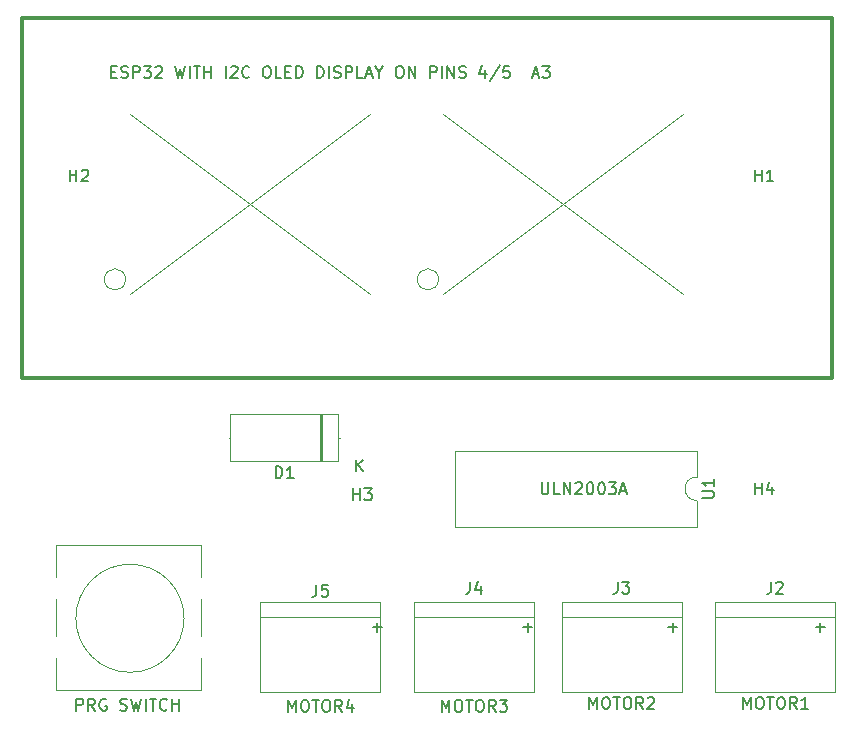
<source format=gbr>
%TF.GenerationSoftware,KiCad,Pcbnew,5.1.5+dfsg1-2build2*%
%TF.CreationDate,2020-08-25T19:56:10-04:00*%
%TF.ProjectId,esp-toy,6573702d-746f-4792-9e6b-696361645f70,rev?*%
%TF.SameCoordinates,Original*%
%TF.FileFunction,Legend,Top*%
%TF.FilePolarity,Positive*%
%FSLAX46Y46*%
G04 Gerber Fmt 4.6, Leading zero omitted, Abs format (unit mm)*
G04 Created by KiCad (PCBNEW 5.1.5+dfsg1-2build2) date 2020-08-25 19:56:10*
%MOMM*%
%LPD*%
G04 APERTURE LIST*
%ADD10C,0.120000*%
%ADD11C,0.300000*%
%ADD12C,0.150000*%
G04 APERTURE END LIST*
D10*
%TO.C,A2*%
X172160000Y-93620000D02*
X151840000Y-78380000D01*
X151840000Y-93620000D02*
X172160000Y-78380000D01*
X151468026Y-92350000D02*
G75*
G03X151468026Y-92350000I-898026J0D01*
G01*
%TO.C,A1*%
X145660000Y-93620000D02*
X125340000Y-78380000D01*
X125340000Y-93620000D02*
X145660000Y-78380000D01*
X124968026Y-92350000D02*
G75*
G03X124968026Y-92350000I-898026J0D01*
G01*
%TO.C,J5*%
X146540000Y-119690000D02*
X136380000Y-119690000D01*
X146540000Y-127310000D02*
X146540000Y-119690000D01*
X136380000Y-127310000D02*
X146540000Y-127310000D01*
X136380000Y-119690000D02*
X136380000Y-127310000D01*
X136380000Y-120960000D02*
X146540000Y-120960000D01*
%TO.C,A3*%
X116210000Y-70260000D02*
X116210000Y-79150000D01*
D11*
X184790000Y-70260000D02*
X116210000Y-70260000D01*
X184790000Y-100740000D02*
X184790000Y-70260000D01*
X116210000Y-100740000D02*
X184790000Y-100740000D01*
D10*
X116210000Y-100740000D02*
X116210000Y-96930000D01*
D11*
X116210000Y-70260000D02*
X116210000Y-100740000D01*
D10*
%TO.C,U1*%
X173330000Y-113315000D02*
X173330000Y-111080000D01*
X152890000Y-113315000D02*
X173330000Y-113315000D01*
X152890000Y-106845000D02*
X152890000Y-113315000D01*
X173330000Y-106845000D02*
X152890000Y-106845000D01*
X173330000Y-109080000D02*
X173330000Y-106845000D01*
X173330000Y-111080000D02*
G75*
G02X173330000Y-109080000I0J1000000D01*
G01*
%TO.C,SW1*%
X131386000Y-114850000D02*
X131386000Y-117570000D01*
X131386000Y-124430000D02*
X131386000Y-127150000D01*
X119086000Y-122570000D02*
X119086000Y-119430000D01*
X119086000Y-127150000D02*
X119086000Y-124430000D01*
X129915050Y-121040000D02*
G75*
G03X129915050Y-121040000I-4579050J0D01*
G01*
X119086000Y-117570000D02*
X119086000Y-114850000D01*
X131386000Y-127150000D02*
X119086000Y-127150000D01*
X131386000Y-119430000D02*
X131386000Y-122570000D01*
X119086000Y-114850000D02*
X131386000Y-114850000D01*
%TO.C,J4*%
X159540000Y-119690000D02*
X149380000Y-119690000D01*
X159540000Y-127310000D02*
X159540000Y-119690000D01*
X149380000Y-127310000D02*
X159540000Y-127310000D01*
X149380000Y-119690000D02*
X149380000Y-127310000D01*
X149380000Y-120960000D02*
X159540000Y-120960000D01*
%TO.C,J3*%
X172040000Y-119690000D02*
X161880000Y-119690000D01*
X172040000Y-127310000D02*
X172040000Y-119690000D01*
X161880000Y-127310000D02*
X172040000Y-127310000D01*
X161880000Y-119690000D02*
X161880000Y-127310000D01*
X161880000Y-120960000D02*
X172040000Y-120960000D01*
%TO.C,J2*%
X185040000Y-119690000D02*
X174880000Y-119690000D01*
X185040000Y-127310000D02*
X185040000Y-119690000D01*
X174880000Y-127310000D02*
X185040000Y-127310000D01*
X174880000Y-119690000D02*
X174880000Y-127310000D01*
X174880000Y-120960000D02*
X185040000Y-120960000D01*
%TO.C,D1*%
X141635000Y-107720000D02*
X141635000Y-103780000D01*
X141395000Y-107720000D02*
X141395000Y-103780000D01*
X141515000Y-107720000D02*
X141515000Y-103780000D01*
X133690000Y-105750000D02*
X133830000Y-105750000D01*
X143110000Y-105750000D02*
X142970000Y-105750000D01*
X133830000Y-107720000D02*
X142970000Y-107720000D01*
X133830000Y-103780000D02*
X133830000Y-107720000D01*
X142970000Y-103780000D02*
X133830000Y-103780000D01*
X142970000Y-107720000D02*
X142970000Y-103780000D01*
%TO.C,J5*%
D12*
X141126666Y-118202380D02*
X141126666Y-118916666D01*
X141079047Y-119059523D01*
X140983809Y-119154761D01*
X140840952Y-119202380D01*
X140745714Y-119202380D01*
X142079047Y-118202380D02*
X141602857Y-118202380D01*
X141555238Y-118678571D01*
X141602857Y-118630952D01*
X141698095Y-118583333D01*
X141936190Y-118583333D01*
X142031428Y-118630952D01*
X142079047Y-118678571D01*
X142126666Y-118773809D01*
X142126666Y-119011904D01*
X142079047Y-119107142D01*
X142031428Y-119154761D01*
X141936190Y-119202380D01*
X141698095Y-119202380D01*
X141602857Y-119154761D01*
X141555238Y-119107142D01*
X138721904Y-128952380D02*
X138721904Y-127952380D01*
X139055238Y-128666666D01*
X139388571Y-127952380D01*
X139388571Y-128952380D01*
X140055238Y-127952380D02*
X140245714Y-127952380D01*
X140340952Y-128000000D01*
X140436190Y-128095238D01*
X140483809Y-128285714D01*
X140483809Y-128619047D01*
X140436190Y-128809523D01*
X140340952Y-128904761D01*
X140245714Y-128952380D01*
X140055238Y-128952380D01*
X139960000Y-128904761D01*
X139864761Y-128809523D01*
X139817142Y-128619047D01*
X139817142Y-128285714D01*
X139864761Y-128095238D01*
X139960000Y-128000000D01*
X140055238Y-127952380D01*
X140769523Y-127952380D02*
X141340952Y-127952380D01*
X141055238Y-128952380D02*
X141055238Y-127952380D01*
X141864761Y-127952380D02*
X142055238Y-127952380D01*
X142150476Y-128000000D01*
X142245714Y-128095238D01*
X142293333Y-128285714D01*
X142293333Y-128619047D01*
X142245714Y-128809523D01*
X142150476Y-128904761D01*
X142055238Y-128952380D01*
X141864761Y-128952380D01*
X141769523Y-128904761D01*
X141674285Y-128809523D01*
X141626666Y-128619047D01*
X141626666Y-128285714D01*
X141674285Y-128095238D01*
X141769523Y-128000000D01*
X141864761Y-127952380D01*
X143293333Y-128952380D02*
X142960000Y-128476190D01*
X142721904Y-128952380D02*
X142721904Y-127952380D01*
X143102857Y-127952380D01*
X143198095Y-128000000D01*
X143245714Y-128047619D01*
X143293333Y-128142857D01*
X143293333Y-128285714D01*
X143245714Y-128380952D01*
X143198095Y-128428571D01*
X143102857Y-128476190D01*
X142721904Y-128476190D01*
X144150476Y-128285714D02*
X144150476Y-128952380D01*
X143912380Y-127904761D02*
X143674285Y-128619047D01*
X144293333Y-128619047D01*
X145905047Y-121793428D02*
X146666952Y-121793428D01*
X146286000Y-122174380D02*
X146286000Y-121412476D01*
%TO.C,H4*%
X178238095Y-110552380D02*
X178238095Y-109552380D01*
X178238095Y-110028571D02*
X178809523Y-110028571D01*
X178809523Y-110552380D02*
X178809523Y-109552380D01*
X179714285Y-109885714D02*
X179714285Y-110552380D01*
X179476190Y-109504761D02*
X179238095Y-110219047D01*
X179857142Y-110219047D01*
%TO.C,H3*%
X144238095Y-111052380D02*
X144238095Y-110052380D01*
X144238095Y-110528571D02*
X144809523Y-110528571D01*
X144809523Y-111052380D02*
X144809523Y-110052380D01*
X145190476Y-110052380D02*
X145809523Y-110052380D01*
X145476190Y-110433333D01*
X145619047Y-110433333D01*
X145714285Y-110480952D01*
X145761904Y-110528571D01*
X145809523Y-110623809D01*
X145809523Y-110861904D01*
X145761904Y-110957142D01*
X145714285Y-111004761D01*
X145619047Y-111052380D01*
X145333333Y-111052380D01*
X145238095Y-111004761D01*
X145190476Y-110957142D01*
%TO.C,H2*%
X120238095Y-84052380D02*
X120238095Y-83052380D01*
X120238095Y-83528571D02*
X120809523Y-83528571D01*
X120809523Y-84052380D02*
X120809523Y-83052380D01*
X121238095Y-83147619D02*
X121285714Y-83100000D01*
X121380952Y-83052380D01*
X121619047Y-83052380D01*
X121714285Y-83100000D01*
X121761904Y-83147619D01*
X121809523Y-83242857D01*
X121809523Y-83338095D01*
X121761904Y-83480952D01*
X121190476Y-84052380D01*
X121809523Y-84052380D01*
%TO.C,H1*%
X178238095Y-84052380D02*
X178238095Y-83052380D01*
X178238095Y-83528571D02*
X178809523Y-83528571D01*
X178809523Y-84052380D02*
X178809523Y-83052380D01*
X179809523Y-84052380D02*
X179238095Y-84052380D01*
X179523809Y-84052380D02*
X179523809Y-83052380D01*
X179428571Y-83195238D01*
X179333333Y-83290476D01*
X179238095Y-83338095D01*
%TO.C,A3*%
X159437714Y-74998666D02*
X159913904Y-74998666D01*
X159342476Y-75284380D02*
X159675809Y-74284380D01*
X160009142Y-75284380D01*
X160247238Y-74284380D02*
X160866285Y-74284380D01*
X160532952Y-74665333D01*
X160675809Y-74665333D01*
X160771047Y-74712952D01*
X160818666Y-74760571D01*
X160866285Y-74855809D01*
X160866285Y-75093904D01*
X160818666Y-75189142D01*
X160771047Y-75236761D01*
X160675809Y-75284380D01*
X160390095Y-75284380D01*
X160294857Y-75236761D01*
X160247238Y-75189142D01*
X123736857Y-74760571D02*
X124070190Y-74760571D01*
X124213047Y-75284380D02*
X123736857Y-75284380D01*
X123736857Y-74284380D01*
X124213047Y-74284380D01*
X124594000Y-75236761D02*
X124736857Y-75284380D01*
X124974952Y-75284380D01*
X125070190Y-75236761D01*
X125117809Y-75189142D01*
X125165428Y-75093904D01*
X125165428Y-74998666D01*
X125117809Y-74903428D01*
X125070190Y-74855809D01*
X124974952Y-74808190D01*
X124784476Y-74760571D01*
X124689238Y-74712952D01*
X124641619Y-74665333D01*
X124594000Y-74570095D01*
X124594000Y-74474857D01*
X124641619Y-74379619D01*
X124689238Y-74332000D01*
X124784476Y-74284380D01*
X125022571Y-74284380D01*
X125165428Y-74332000D01*
X125594000Y-75284380D02*
X125594000Y-74284380D01*
X125974952Y-74284380D01*
X126070190Y-74332000D01*
X126117809Y-74379619D01*
X126165428Y-74474857D01*
X126165428Y-74617714D01*
X126117809Y-74712952D01*
X126070190Y-74760571D01*
X125974952Y-74808190D01*
X125594000Y-74808190D01*
X126498761Y-74284380D02*
X127117809Y-74284380D01*
X126784476Y-74665333D01*
X126927333Y-74665333D01*
X127022571Y-74712952D01*
X127070190Y-74760571D01*
X127117809Y-74855809D01*
X127117809Y-75093904D01*
X127070190Y-75189142D01*
X127022571Y-75236761D01*
X126927333Y-75284380D01*
X126641619Y-75284380D01*
X126546380Y-75236761D01*
X126498761Y-75189142D01*
X127498761Y-74379619D02*
X127546380Y-74332000D01*
X127641619Y-74284380D01*
X127879714Y-74284380D01*
X127974952Y-74332000D01*
X128022571Y-74379619D01*
X128070190Y-74474857D01*
X128070190Y-74570095D01*
X128022571Y-74712952D01*
X127451142Y-75284380D01*
X128070190Y-75284380D01*
X129165428Y-74284380D02*
X129403523Y-75284380D01*
X129594000Y-74570095D01*
X129784476Y-75284380D01*
X130022571Y-74284380D01*
X130403523Y-75284380D02*
X130403523Y-74284380D01*
X130736857Y-74284380D02*
X131308285Y-74284380D01*
X131022571Y-75284380D02*
X131022571Y-74284380D01*
X131641619Y-75284380D02*
X131641619Y-74284380D01*
X131641619Y-74760571D02*
X132213047Y-74760571D01*
X132213047Y-75284380D02*
X132213047Y-74284380D01*
X133451142Y-75284380D02*
X133451142Y-74284380D01*
X133879714Y-74379619D02*
X133927333Y-74332000D01*
X134022571Y-74284380D01*
X134260666Y-74284380D01*
X134355904Y-74332000D01*
X134403523Y-74379619D01*
X134451142Y-74474857D01*
X134451142Y-74570095D01*
X134403523Y-74712952D01*
X133832095Y-75284380D01*
X134451142Y-75284380D01*
X135451142Y-75189142D02*
X135403523Y-75236761D01*
X135260666Y-75284380D01*
X135165428Y-75284380D01*
X135022571Y-75236761D01*
X134927333Y-75141523D01*
X134879714Y-75046285D01*
X134832095Y-74855809D01*
X134832095Y-74712952D01*
X134879714Y-74522476D01*
X134927333Y-74427238D01*
X135022571Y-74332000D01*
X135165428Y-74284380D01*
X135260666Y-74284380D01*
X135403523Y-74332000D01*
X135451142Y-74379619D01*
X136832095Y-74284380D02*
X137022571Y-74284380D01*
X137117809Y-74332000D01*
X137213047Y-74427238D01*
X137260666Y-74617714D01*
X137260666Y-74951047D01*
X137213047Y-75141523D01*
X137117809Y-75236761D01*
X137022571Y-75284380D01*
X136832095Y-75284380D01*
X136736857Y-75236761D01*
X136641619Y-75141523D01*
X136594000Y-74951047D01*
X136594000Y-74617714D01*
X136641619Y-74427238D01*
X136736857Y-74332000D01*
X136832095Y-74284380D01*
X138165428Y-75284380D02*
X137689238Y-75284380D01*
X137689238Y-74284380D01*
X138498761Y-74760571D02*
X138832095Y-74760571D01*
X138974952Y-75284380D02*
X138498761Y-75284380D01*
X138498761Y-74284380D01*
X138974952Y-74284380D01*
X139403523Y-75284380D02*
X139403523Y-74284380D01*
X139641619Y-74284380D01*
X139784476Y-74332000D01*
X139879714Y-74427238D01*
X139927333Y-74522476D01*
X139974952Y-74712952D01*
X139974952Y-74855809D01*
X139927333Y-75046285D01*
X139879714Y-75141523D01*
X139784476Y-75236761D01*
X139641619Y-75284380D01*
X139403523Y-75284380D01*
X141165428Y-75284380D02*
X141165428Y-74284380D01*
X141403523Y-74284380D01*
X141546380Y-74332000D01*
X141641619Y-74427238D01*
X141689238Y-74522476D01*
X141736857Y-74712952D01*
X141736857Y-74855809D01*
X141689238Y-75046285D01*
X141641619Y-75141523D01*
X141546380Y-75236761D01*
X141403523Y-75284380D01*
X141165428Y-75284380D01*
X142165428Y-75284380D02*
X142165428Y-74284380D01*
X142594000Y-75236761D02*
X142736857Y-75284380D01*
X142974952Y-75284380D01*
X143070190Y-75236761D01*
X143117809Y-75189142D01*
X143165428Y-75093904D01*
X143165428Y-74998666D01*
X143117809Y-74903428D01*
X143070190Y-74855809D01*
X142974952Y-74808190D01*
X142784476Y-74760571D01*
X142689238Y-74712952D01*
X142641619Y-74665333D01*
X142594000Y-74570095D01*
X142594000Y-74474857D01*
X142641619Y-74379619D01*
X142689238Y-74332000D01*
X142784476Y-74284380D01*
X143022571Y-74284380D01*
X143165428Y-74332000D01*
X143594000Y-75284380D02*
X143594000Y-74284380D01*
X143974952Y-74284380D01*
X144070190Y-74332000D01*
X144117809Y-74379619D01*
X144165428Y-74474857D01*
X144165428Y-74617714D01*
X144117809Y-74712952D01*
X144070190Y-74760571D01*
X143974952Y-74808190D01*
X143594000Y-74808190D01*
X145070190Y-75284380D02*
X144594000Y-75284380D01*
X144594000Y-74284380D01*
X145355904Y-74998666D02*
X145832095Y-74998666D01*
X145260666Y-75284380D02*
X145594000Y-74284380D01*
X145927333Y-75284380D01*
X146451142Y-74808190D02*
X146451142Y-75284380D01*
X146117809Y-74284380D02*
X146451142Y-74808190D01*
X146784476Y-74284380D01*
X148070190Y-74284380D02*
X148260666Y-74284380D01*
X148355904Y-74332000D01*
X148451142Y-74427238D01*
X148498761Y-74617714D01*
X148498761Y-74951047D01*
X148451142Y-75141523D01*
X148355904Y-75236761D01*
X148260666Y-75284380D01*
X148070190Y-75284380D01*
X147974952Y-75236761D01*
X147879714Y-75141523D01*
X147832095Y-74951047D01*
X147832095Y-74617714D01*
X147879714Y-74427238D01*
X147974952Y-74332000D01*
X148070190Y-74284380D01*
X148927333Y-75284380D02*
X148927333Y-74284380D01*
X149498761Y-75284380D01*
X149498761Y-74284380D01*
X150736857Y-75284380D02*
X150736857Y-74284380D01*
X151117809Y-74284380D01*
X151213047Y-74332000D01*
X151260666Y-74379619D01*
X151308285Y-74474857D01*
X151308285Y-74617714D01*
X151260666Y-74712952D01*
X151213047Y-74760571D01*
X151117809Y-74808190D01*
X150736857Y-74808190D01*
X151736857Y-75284380D02*
X151736857Y-74284380D01*
X152213047Y-75284380D02*
X152213047Y-74284380D01*
X152784476Y-75284380D01*
X152784476Y-74284380D01*
X153213047Y-75236761D02*
X153355904Y-75284380D01*
X153594000Y-75284380D01*
X153689238Y-75236761D01*
X153736857Y-75189142D01*
X153784476Y-75093904D01*
X153784476Y-74998666D01*
X153736857Y-74903428D01*
X153689238Y-74855809D01*
X153594000Y-74808190D01*
X153403523Y-74760571D01*
X153308285Y-74712952D01*
X153260666Y-74665333D01*
X153213047Y-74570095D01*
X153213047Y-74474857D01*
X153260666Y-74379619D01*
X153308285Y-74332000D01*
X153403523Y-74284380D01*
X153641619Y-74284380D01*
X153784476Y-74332000D01*
X155403523Y-74617714D02*
X155403523Y-75284380D01*
X155165428Y-74236761D02*
X154927333Y-74951047D01*
X155546380Y-74951047D01*
X156641619Y-74236761D02*
X155784476Y-75522476D01*
X157451142Y-74284380D02*
X156974952Y-74284380D01*
X156927333Y-74760571D01*
X156974952Y-74712952D01*
X157070190Y-74665333D01*
X157308285Y-74665333D01*
X157403523Y-74712952D01*
X157451142Y-74760571D01*
X157498761Y-74855809D01*
X157498761Y-75093904D01*
X157451142Y-75189142D01*
X157403523Y-75236761D01*
X157308285Y-75284380D01*
X157070190Y-75284380D01*
X156974952Y-75236761D01*
X156927333Y-75189142D01*
%TO.C,U1*%
X173782380Y-110841904D02*
X174591904Y-110841904D01*
X174687142Y-110794285D01*
X174734761Y-110746666D01*
X174782380Y-110651428D01*
X174782380Y-110460952D01*
X174734761Y-110365714D01*
X174687142Y-110318095D01*
X174591904Y-110270476D01*
X173782380Y-110270476D01*
X174782380Y-109270476D02*
X174782380Y-109841904D01*
X174782380Y-109556190D02*
X173782380Y-109556190D01*
X173925238Y-109651428D01*
X174020476Y-109746666D01*
X174068095Y-109841904D01*
X160197380Y-109532380D02*
X160197380Y-110341904D01*
X160245000Y-110437142D01*
X160292619Y-110484761D01*
X160387857Y-110532380D01*
X160578333Y-110532380D01*
X160673571Y-110484761D01*
X160721190Y-110437142D01*
X160768809Y-110341904D01*
X160768809Y-109532380D01*
X161721190Y-110532380D02*
X161245000Y-110532380D01*
X161245000Y-109532380D01*
X162054523Y-110532380D02*
X162054523Y-109532380D01*
X162625952Y-110532380D01*
X162625952Y-109532380D01*
X163054523Y-109627619D02*
X163102142Y-109580000D01*
X163197380Y-109532380D01*
X163435476Y-109532380D01*
X163530714Y-109580000D01*
X163578333Y-109627619D01*
X163625952Y-109722857D01*
X163625952Y-109818095D01*
X163578333Y-109960952D01*
X163006904Y-110532380D01*
X163625952Y-110532380D01*
X164245000Y-109532380D02*
X164340238Y-109532380D01*
X164435476Y-109580000D01*
X164483095Y-109627619D01*
X164530714Y-109722857D01*
X164578333Y-109913333D01*
X164578333Y-110151428D01*
X164530714Y-110341904D01*
X164483095Y-110437142D01*
X164435476Y-110484761D01*
X164340238Y-110532380D01*
X164245000Y-110532380D01*
X164149761Y-110484761D01*
X164102142Y-110437142D01*
X164054523Y-110341904D01*
X164006904Y-110151428D01*
X164006904Y-109913333D01*
X164054523Y-109722857D01*
X164102142Y-109627619D01*
X164149761Y-109580000D01*
X164245000Y-109532380D01*
X165197380Y-109532380D02*
X165292619Y-109532380D01*
X165387857Y-109580000D01*
X165435476Y-109627619D01*
X165483095Y-109722857D01*
X165530714Y-109913333D01*
X165530714Y-110151428D01*
X165483095Y-110341904D01*
X165435476Y-110437142D01*
X165387857Y-110484761D01*
X165292619Y-110532380D01*
X165197380Y-110532380D01*
X165102142Y-110484761D01*
X165054523Y-110437142D01*
X165006904Y-110341904D01*
X164959285Y-110151428D01*
X164959285Y-109913333D01*
X165006904Y-109722857D01*
X165054523Y-109627619D01*
X165102142Y-109580000D01*
X165197380Y-109532380D01*
X165864047Y-109532380D02*
X166483095Y-109532380D01*
X166149761Y-109913333D01*
X166292619Y-109913333D01*
X166387857Y-109960952D01*
X166435476Y-110008571D01*
X166483095Y-110103809D01*
X166483095Y-110341904D01*
X166435476Y-110437142D01*
X166387857Y-110484761D01*
X166292619Y-110532380D01*
X166006904Y-110532380D01*
X165911666Y-110484761D01*
X165864047Y-110437142D01*
X166864047Y-110246666D02*
X167340238Y-110246666D01*
X166768809Y-110532380D02*
X167102142Y-109532380D01*
X167435476Y-110532380D01*
%TO.C,SW1*%
X120802666Y-128858380D02*
X120802666Y-127858380D01*
X121183619Y-127858380D01*
X121278857Y-127906000D01*
X121326476Y-127953619D01*
X121374095Y-128048857D01*
X121374095Y-128191714D01*
X121326476Y-128286952D01*
X121278857Y-128334571D01*
X121183619Y-128382190D01*
X120802666Y-128382190D01*
X122374095Y-128858380D02*
X122040761Y-128382190D01*
X121802666Y-128858380D02*
X121802666Y-127858380D01*
X122183619Y-127858380D01*
X122278857Y-127906000D01*
X122326476Y-127953619D01*
X122374095Y-128048857D01*
X122374095Y-128191714D01*
X122326476Y-128286952D01*
X122278857Y-128334571D01*
X122183619Y-128382190D01*
X121802666Y-128382190D01*
X123326476Y-127906000D02*
X123231238Y-127858380D01*
X123088380Y-127858380D01*
X122945523Y-127906000D01*
X122850285Y-128001238D01*
X122802666Y-128096476D01*
X122755047Y-128286952D01*
X122755047Y-128429809D01*
X122802666Y-128620285D01*
X122850285Y-128715523D01*
X122945523Y-128810761D01*
X123088380Y-128858380D01*
X123183619Y-128858380D01*
X123326476Y-128810761D01*
X123374095Y-128763142D01*
X123374095Y-128429809D01*
X123183619Y-128429809D01*
X124516952Y-128810761D02*
X124659809Y-128858380D01*
X124897904Y-128858380D01*
X124993142Y-128810761D01*
X125040761Y-128763142D01*
X125088380Y-128667904D01*
X125088380Y-128572666D01*
X125040761Y-128477428D01*
X124993142Y-128429809D01*
X124897904Y-128382190D01*
X124707428Y-128334571D01*
X124612190Y-128286952D01*
X124564571Y-128239333D01*
X124516952Y-128144095D01*
X124516952Y-128048857D01*
X124564571Y-127953619D01*
X124612190Y-127906000D01*
X124707428Y-127858380D01*
X124945523Y-127858380D01*
X125088380Y-127906000D01*
X125421714Y-127858380D02*
X125659809Y-128858380D01*
X125850285Y-128144095D01*
X126040761Y-128858380D01*
X126278857Y-127858380D01*
X126659809Y-128858380D02*
X126659809Y-127858380D01*
X126993142Y-127858380D02*
X127564571Y-127858380D01*
X127278857Y-128858380D02*
X127278857Y-127858380D01*
X128469333Y-128763142D02*
X128421714Y-128810761D01*
X128278857Y-128858380D01*
X128183619Y-128858380D01*
X128040761Y-128810761D01*
X127945523Y-128715523D01*
X127897904Y-128620285D01*
X127850285Y-128429809D01*
X127850285Y-128286952D01*
X127897904Y-128096476D01*
X127945523Y-128001238D01*
X128040761Y-127906000D01*
X128183619Y-127858380D01*
X128278857Y-127858380D01*
X128421714Y-127906000D01*
X128469333Y-127953619D01*
X128897904Y-128858380D02*
X128897904Y-127858380D01*
X128897904Y-128334571D02*
X129469333Y-128334571D01*
X129469333Y-128858380D02*
X129469333Y-127858380D01*
%TO.C,J4*%
X154126666Y-117952380D02*
X154126666Y-118666666D01*
X154079047Y-118809523D01*
X153983809Y-118904761D01*
X153840952Y-118952380D01*
X153745714Y-118952380D01*
X155031428Y-118285714D02*
X155031428Y-118952380D01*
X154793333Y-117904761D02*
X154555238Y-118619047D01*
X155174285Y-118619047D01*
X151721904Y-128952380D02*
X151721904Y-127952380D01*
X152055238Y-128666666D01*
X152388571Y-127952380D01*
X152388571Y-128952380D01*
X153055238Y-127952380D02*
X153245714Y-127952380D01*
X153340952Y-128000000D01*
X153436190Y-128095238D01*
X153483809Y-128285714D01*
X153483809Y-128619047D01*
X153436190Y-128809523D01*
X153340952Y-128904761D01*
X153245714Y-128952380D01*
X153055238Y-128952380D01*
X152960000Y-128904761D01*
X152864761Y-128809523D01*
X152817142Y-128619047D01*
X152817142Y-128285714D01*
X152864761Y-128095238D01*
X152960000Y-128000000D01*
X153055238Y-127952380D01*
X153769523Y-127952380D02*
X154340952Y-127952380D01*
X154055238Y-128952380D02*
X154055238Y-127952380D01*
X154864761Y-127952380D02*
X155055238Y-127952380D01*
X155150476Y-128000000D01*
X155245714Y-128095238D01*
X155293333Y-128285714D01*
X155293333Y-128619047D01*
X155245714Y-128809523D01*
X155150476Y-128904761D01*
X155055238Y-128952380D01*
X154864761Y-128952380D01*
X154769523Y-128904761D01*
X154674285Y-128809523D01*
X154626666Y-128619047D01*
X154626666Y-128285714D01*
X154674285Y-128095238D01*
X154769523Y-128000000D01*
X154864761Y-127952380D01*
X156293333Y-128952380D02*
X155960000Y-128476190D01*
X155721904Y-128952380D02*
X155721904Y-127952380D01*
X156102857Y-127952380D01*
X156198095Y-128000000D01*
X156245714Y-128047619D01*
X156293333Y-128142857D01*
X156293333Y-128285714D01*
X156245714Y-128380952D01*
X156198095Y-128428571D01*
X156102857Y-128476190D01*
X155721904Y-128476190D01*
X156626666Y-127952380D02*
X157245714Y-127952380D01*
X156912380Y-128333333D01*
X157055238Y-128333333D01*
X157150476Y-128380952D01*
X157198095Y-128428571D01*
X157245714Y-128523809D01*
X157245714Y-128761904D01*
X157198095Y-128857142D01*
X157150476Y-128904761D01*
X157055238Y-128952380D01*
X156769523Y-128952380D01*
X156674285Y-128904761D01*
X156626666Y-128857142D01*
X158651047Y-121793428D02*
X159412952Y-121793428D01*
X159032000Y-122174380D02*
X159032000Y-121412476D01*
%TO.C,J3*%
X166626666Y-117952380D02*
X166626666Y-118666666D01*
X166579047Y-118809523D01*
X166483809Y-118904761D01*
X166340952Y-118952380D01*
X166245714Y-118952380D01*
X167007619Y-117952380D02*
X167626666Y-117952380D01*
X167293333Y-118333333D01*
X167436190Y-118333333D01*
X167531428Y-118380952D01*
X167579047Y-118428571D01*
X167626666Y-118523809D01*
X167626666Y-118761904D01*
X167579047Y-118857142D01*
X167531428Y-118904761D01*
X167436190Y-118952380D01*
X167150476Y-118952380D01*
X167055238Y-118904761D01*
X167007619Y-118857142D01*
X164221904Y-128702380D02*
X164221904Y-127702380D01*
X164555238Y-128416666D01*
X164888571Y-127702380D01*
X164888571Y-128702380D01*
X165555238Y-127702380D02*
X165745714Y-127702380D01*
X165840952Y-127750000D01*
X165936190Y-127845238D01*
X165983809Y-128035714D01*
X165983809Y-128369047D01*
X165936190Y-128559523D01*
X165840952Y-128654761D01*
X165745714Y-128702380D01*
X165555238Y-128702380D01*
X165460000Y-128654761D01*
X165364761Y-128559523D01*
X165317142Y-128369047D01*
X165317142Y-128035714D01*
X165364761Y-127845238D01*
X165460000Y-127750000D01*
X165555238Y-127702380D01*
X166269523Y-127702380D02*
X166840952Y-127702380D01*
X166555238Y-128702380D02*
X166555238Y-127702380D01*
X167364761Y-127702380D02*
X167555238Y-127702380D01*
X167650476Y-127750000D01*
X167745714Y-127845238D01*
X167793333Y-128035714D01*
X167793333Y-128369047D01*
X167745714Y-128559523D01*
X167650476Y-128654761D01*
X167555238Y-128702380D01*
X167364761Y-128702380D01*
X167269523Y-128654761D01*
X167174285Y-128559523D01*
X167126666Y-128369047D01*
X167126666Y-128035714D01*
X167174285Y-127845238D01*
X167269523Y-127750000D01*
X167364761Y-127702380D01*
X168793333Y-128702380D02*
X168460000Y-128226190D01*
X168221904Y-128702380D02*
X168221904Y-127702380D01*
X168602857Y-127702380D01*
X168698095Y-127750000D01*
X168745714Y-127797619D01*
X168793333Y-127892857D01*
X168793333Y-128035714D01*
X168745714Y-128130952D01*
X168698095Y-128178571D01*
X168602857Y-128226190D01*
X168221904Y-128226190D01*
X169174285Y-127797619D02*
X169221904Y-127750000D01*
X169317142Y-127702380D01*
X169555238Y-127702380D01*
X169650476Y-127750000D01*
X169698095Y-127797619D01*
X169745714Y-127892857D01*
X169745714Y-127988095D01*
X169698095Y-128130952D01*
X169126666Y-128702380D01*
X169745714Y-128702380D01*
X170897047Y-121793428D02*
X171658952Y-121793428D01*
X171278000Y-122174380D02*
X171278000Y-121412476D01*
%TO.C,J2*%
X179626666Y-117952380D02*
X179626666Y-118666666D01*
X179579047Y-118809523D01*
X179483809Y-118904761D01*
X179340952Y-118952380D01*
X179245714Y-118952380D01*
X180055238Y-118047619D02*
X180102857Y-118000000D01*
X180198095Y-117952380D01*
X180436190Y-117952380D01*
X180531428Y-118000000D01*
X180579047Y-118047619D01*
X180626666Y-118142857D01*
X180626666Y-118238095D01*
X180579047Y-118380952D01*
X180007619Y-118952380D01*
X180626666Y-118952380D01*
X177221904Y-128702380D02*
X177221904Y-127702380D01*
X177555238Y-128416666D01*
X177888571Y-127702380D01*
X177888571Y-128702380D01*
X178555238Y-127702380D02*
X178745714Y-127702380D01*
X178840952Y-127750000D01*
X178936190Y-127845238D01*
X178983809Y-128035714D01*
X178983809Y-128369047D01*
X178936190Y-128559523D01*
X178840952Y-128654761D01*
X178745714Y-128702380D01*
X178555238Y-128702380D01*
X178460000Y-128654761D01*
X178364761Y-128559523D01*
X178317142Y-128369047D01*
X178317142Y-128035714D01*
X178364761Y-127845238D01*
X178460000Y-127750000D01*
X178555238Y-127702380D01*
X179269523Y-127702380D02*
X179840952Y-127702380D01*
X179555238Y-128702380D02*
X179555238Y-127702380D01*
X180364761Y-127702380D02*
X180555238Y-127702380D01*
X180650476Y-127750000D01*
X180745714Y-127845238D01*
X180793333Y-128035714D01*
X180793333Y-128369047D01*
X180745714Y-128559523D01*
X180650476Y-128654761D01*
X180555238Y-128702380D01*
X180364761Y-128702380D01*
X180269523Y-128654761D01*
X180174285Y-128559523D01*
X180126666Y-128369047D01*
X180126666Y-128035714D01*
X180174285Y-127845238D01*
X180269523Y-127750000D01*
X180364761Y-127702380D01*
X181793333Y-128702380D02*
X181460000Y-128226190D01*
X181221904Y-128702380D02*
X181221904Y-127702380D01*
X181602857Y-127702380D01*
X181698095Y-127750000D01*
X181745714Y-127797619D01*
X181793333Y-127892857D01*
X181793333Y-128035714D01*
X181745714Y-128130952D01*
X181698095Y-128178571D01*
X181602857Y-128226190D01*
X181221904Y-128226190D01*
X182745714Y-128702380D02*
X182174285Y-128702380D01*
X182460000Y-128702380D02*
X182460000Y-127702380D01*
X182364761Y-127845238D01*
X182269523Y-127940476D01*
X182174285Y-127988095D01*
X183389047Y-121793428D02*
X184150952Y-121793428D01*
X183770000Y-122174380D02*
X183770000Y-121412476D01*
%TO.C,D1*%
X137661904Y-109172380D02*
X137661904Y-108172380D01*
X137900000Y-108172380D01*
X138042857Y-108220000D01*
X138138095Y-108315238D01*
X138185714Y-108410476D01*
X138233333Y-108600952D01*
X138233333Y-108743809D01*
X138185714Y-108934285D01*
X138138095Y-109029523D01*
X138042857Y-109124761D01*
X137900000Y-109172380D01*
X137661904Y-109172380D01*
X139185714Y-109172380D02*
X138614285Y-109172380D01*
X138900000Y-109172380D02*
X138900000Y-108172380D01*
X138804761Y-108315238D01*
X138709523Y-108410476D01*
X138614285Y-108458095D01*
X144488095Y-108602380D02*
X144488095Y-107602380D01*
X145059523Y-108602380D02*
X144630952Y-108030952D01*
X145059523Y-107602380D02*
X144488095Y-108173809D01*
%TD*%
M02*

</source>
